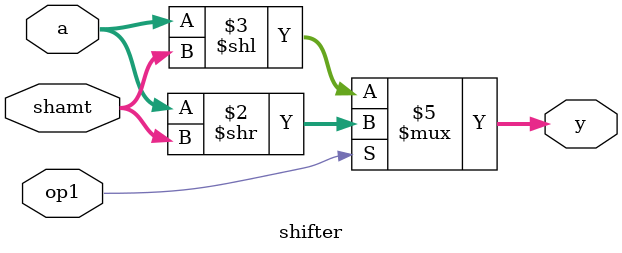
<source format=v>
module shifter(
        input wire  [31:0]a,
        input wire  [4:0]shamt,
        input wire  op1,
        output reg  [31:0]y
    );
    
always@(*)
begin
    if(op1) y = (a >> shamt); // shift right
    else y = (a << shamt); // shift left
end
endmodule

</source>
